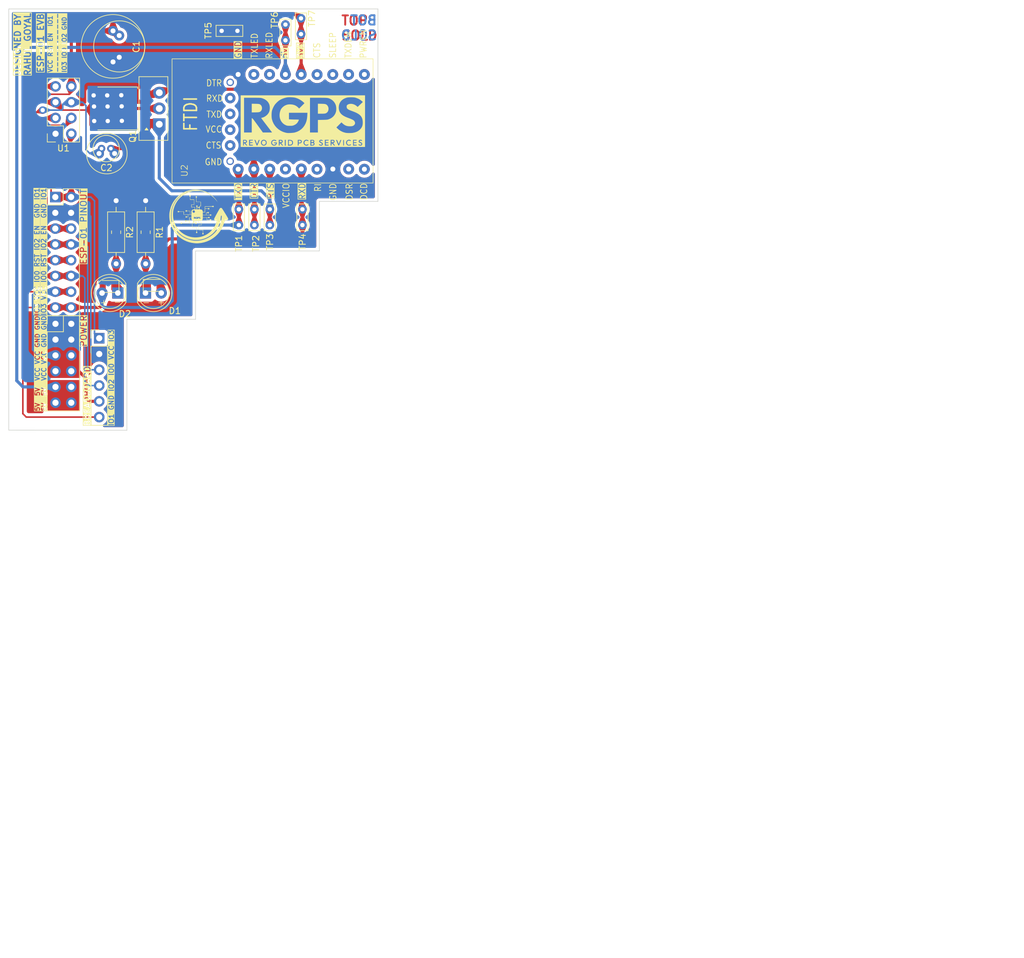
<source format=kicad_pcb>
(kicad_pcb (version 20240108) (generator "pcbnew") (generator_version "8.0")
  (title_block (title "ESP-01-DK") (date "2024-03-06") (rev "V1") (company "Revo Grid PCB Services") (comment 4 "Designer : Rahul Goyal"))
  (layers (0 "F.Cu" signal) (31 "B.Cu" signal) (34 "B.Paste" user) (35 "F.Paste" user) (36 "B.SilkS" user "B.Silkscreen") (37 "F.SilkS" user "F.Silkscreen") (38 "B.Mask" user) (39 "F.Mask" user) (44 "Edge.Cuts" user))
  (net 0 "")
  (net 1 "VCC")
  (net 2 "GND")
  (net 3 "RTS")
  (net 4 "RST")
  (net 5 "Net-(D1-K)")
  (net 6 "GPIO1")
  (net 7 "GPIO3")
  (net 8 "Net-(D2-K)")
  (net 9 "EN")
  (net 10 "GPIO0")
  (net 11 "GPIO2")
  (net 12 "5V")
  (net 13 "DTR")
  (footprint "Package_TO_SOT_THT:TO-220-3_Vertical" (layer "F.Cu") (at 143.945 30.54 90)
    (property "Reference" "Q1" (at -1.96 -4.27 -90) (layer "F.SilkS"))
    (property "Value" "IRF540N" (hide yes))
    (pad "1" thru_hole rect (at 0 0 90) (size 1.905 2) (drill 1.1) (layers "*.Cu" "*.Mask") (net 3 "RTS"))
    (pad "2" thru_hole oval (at 2.54 0 90) (size 1.905 2) (drill 1.1) (layers "*.Cu" "*.Mask") (net 10 "GPIO0"))
    (pad "3" thru_hole oval (at 5.08 0 90) (size 1.905 2) (drill 1.1) (layers "*.Cu" "*.Mask") (net 13 "DTR"))
  )
  (footprint "Connector_PinHeader_2.54mm:PinHeader_2x08_P2.54mm_Vertical" (layer "F.Cu") (at 127.21 42.26)
    (property "Reference" "J1" (hide yes))
    (property "Value" "Conn_02x08_Odd_Even" (hide yes))
    (pad "1" thru_hole rect (at 0 0) (size 1.7 1.7) (drill 1) (layers "*.Cu" "*.Mask") (net 6 "GPIO1"))
    (pad "2" thru_hole oval (at 2.54 0) (size 1.7 1.7) (drill 1) (layers "*.Cu" "*.Mask") (net 6 "GPIO1"))
    (pad "3" thru_hole oval (at 0 2.54) (size 1.7 1.7) (drill 1) (layers "*.Cu" "*.Mask") (net 2 "GND"))
    (pad "4" thru_hole oval (at 2.54 2.54) (size 1.7 1.7) (drill 1) (layers "*.Cu" "*.Mask") (net 2 "GND"))
    (pad "5" thru_hole oval (at 0 5.08) (size 1.7 1.7) (drill 1) (layers "*.Cu" "*.Mask") (net 9 "EN"))
    (pad "6" thru_hole oval (at 2.54 5.08) (size 1.7 1.7) (drill 1) (layers "*.Cu" "*.Mask") (net 9 "EN"))
    (pad "7" thru_hole oval (at 0 7.62) (size 1.7 1.7) (drill 1) (layers "*.Cu" "*.Mask") (net 11 "GPIO2"))
    (pad "8" thru_hole oval (at 2.54 7.62) (size 1.7 1.7) (drill 1) (layers "*.Cu" "*.Mask") (net 11 "GPIO2"))
    (pad "9" thru_hole oval (at 0 10.16) (size 1.7 1.7) (drill 1) (layers "*.Cu" "*.Mask") (net 4 "RST"))
    (pad "10" thru_hole oval (at 2.54 10.16) (size 1.7 1.7) (drill 1) (layers "*.Cu" "*.Mask") (net 4 "RST"))
    (pad "11" thru_hole oval (at 0 12.7) (size 1.7 1.7) (drill 1) (layers "*.Cu" "*.Mask") (net 10 "GPIO0"))
    (pad "12" thru_hole oval (at 2.54 12.7) (size 1.7 1.7) (drill 1) (layers "*.Cu" "*.Mask") (net 10 "GPIO0"))
    (pad "13" thru_hole oval (at 0 15.24) (size 1.7 1.7) (drill 1) (layers "*.Cu" "*.Mask") (net 1 "VCC"))
    (pad "14" thru_hole oval (at 2.54 15.24) (size 1.7 1.7) (drill 1) (layers "*.Cu" "*.Mask") (net 1 "VCC"))
    (pad "15" thru_hole oval (at 0 17.78) (size 1.7 1.7) (drill 1) (layers "*.Cu" "*.Mask") (net 7 "GPIO3"))
    (pad "16" thru_hole oval (at 2.54 17.78) (size 1.7 1.7) (drill 1) (layers "*.Cu" "*.Mask") (net 7 "GPIO3"))
  )
  (footprint "Capacitor_THT:C_Radial_D10.0mm_H16.0mm_P5.00mm" (layer "F.Cu") (at 136.5 15.5 -90)
    (property "Reference" "C1" (at 2.56 -3.75 90) (layer "F.SilkS"))
    (property "Value" "1000uF / 10V" (hide yes))
    (pad "1" thru_hole circle (at 0 0 270) (size 1.6 1.6) (drill 0.8) (layers "*.Cu" "*.Mask") (net 1 "VCC"))
    (pad "2" thru_hole circle (at 5 0 270) (size 1.6 1.6) (drill 0.8) (layers "*.Cu" "*.Mask") (net 2 "GND"))
  )
  (footprint "Package_TO_SOT_SMD:TO-252-2" (layer "F.Cu") (at 137.16 27.9975 180)
    (property "Reference" "Q2" (hide yes))
    (property "Value" "IRF540N" (hide yes))
    (pad "1" smd roundrect (at -5.04 -2.28 180) (size 2.2 1.2) (layers "F.Cu" "F.Paste" "F.Mask") (roundrect_rratio 0.2083333333) (net 3 "RTS"))
    (pad "2" smd roundrect (at -0.415 -1.525 180) (size 3.05 2.75) (layers "F.Cu" "F.Paste") (roundrect_rratio 0.09090909091) (net 10 "GPIO0"))
    (pad "2" smd roundrect (at -0.415 1.525 180) (size 3.05 2.75) (layers "F.Cu" "F.Paste") (roundrect_rratio 0.09090909091) (net 10 "GPIO0"))
    (pad "2" smd roundrect (at 1.26 0 180) (size 6.4 5.8) (layers "F.Cu" "F.Mask") (roundrect_rratio 0.04310293103) (net 10 "GPIO0"))
    (pad "2" smd roundrect (at 2.935 -1.525 180) (size 3.05 2.75) (layers "F.Cu" "F.Paste") (roundrect_rratio 0.09090909091) (net 10 "GPIO0"))
    (pad "2" smd roundrect (at 2.935 1.525 180) (size 3.05 2.75) (layers "F.Cu" "F.Paste") (roundrect_rratio 0.09090909091) (net 10 "GPIO0"))
    (pad "3" smd roundrect (at -5.04 2.28 180) (size 2.2 1.2) (layers "F.Cu" "F.Paste" "F.Mask") (roundrect_rratio 0.2083333333) (net 13 "DTR"))
  )
  (footprint "LOGO" (layer "F.Cu") (at 150.22 45.41)
    (property "Reference" "G***" (hide yes))
    (property "Value" "LOGO" (hide yes))
  )
  (footprint "TestPoint:TestPoint_Bridge_Pitch2.54mm_Drill0.7mm" (layer "F.Cu") (at 156.75 46.77 90)
    (property "Reference" "TP1" (at -2.98 0 -90) (layer "F.SilkS"))
    (property "Value" "~" (hide yes))
    (pad "1" thru_hole circle (at 0 0 90) (size 1.4 1.4) (drill 0.7) (layers "*.Cu" "*.Mask") (net 7 "GPIO3"))
    (pad "1" thru_hole circle (at 2.54 0 90) (size 1.4 1.4) (drill 0.7) (layers "*.Cu" "*.Mask") (net 7 "GPIO3"))
  )
  (footprint "Resistor_THT:R_Axial_DIN0207_L6.3mm_D2.5mm_P10.16mm_Horizontal" (layer "F.Cu") (at 137 53 90)
    (property "Reference" "R2" (at 5.07 2.2 -90) (layer "F.SilkS"))
    (property "Value" "330" (hide yes))
    (pad "1" thru_hole circle (at 0 0 90) (size 1.6 1.6) (drill 0.8) (layers "*.Cu" "*.Mask") (net 8 "Net-(D2-K)"))
    (pad "2" thru_hole oval (at 10.16 0 90) (size 1.6 1.6) (drill 0.8) (layers "*.Cu" "*.Mask") (net 2 "GND"))
  )
  (footprint "Resistor_SMD:R_0805_2012Metric_Pad1.20x1.40mm_HandSolder" (layer "F.Cu") (at 141.75 47.92 90)
    (property "Reference" "R3" (hide yes))
    (property "Value" "330" (hide yes))
    (pad "1" smd roundrect (at -1 0 90) (size 1.2 1.4) (layers "F.Cu" "F.Paste" "F.Mask") (roundrect_rratio 0.2083333333) (net 5 "Net-(D1-K)"))
    (pad "2" smd roundrect (at 1 0 90) (size 1.2 1.4) (layers "F.Cu" "F.Paste" "F.Mask") (roundrect_rratio 0.2083333333) (net 2 "GND"))
  )
  (footprint "TestPoint:TestPoint_Bridge_Pitch2.54mm_Drill0.7mm" (layer "F.Cu") (at 166.98 46.77 90)
    (property "Reference" "TP4" (at -2.73 0.02 -90) (layer "F.SilkS"))
    (property "Value" "TestPoint" (hide yes))
    (pad "1" thru_hole circle (at 0 0 90) (size 1.4 1.4) (drill 0.7) (layers "*.Cu" "*.Mask") (net 6 "GPIO1"))
    (pad "1" thru_hole circle (at 2.54 0 90) (size 1.4 1.4) (drill 0.7) (layers "*.Cu" "*.Mask") (net 6 "GPIO1"))
  )
  (footprint "LED_SMD:LED_0805_2012Metric" (layer "F.Cu") (at 135.775 56.66 180)
    (property "Reference" "D4" (hide yes))
    (property "Value" "LED" (hide yes))
    (pad "1" smd roundrect (at -0.9375 0 180) (size 0.975 1.4) (layers "F.Cu" "F.Paste" "F.Mask") (net 8 "Net-(D2-K)"))
    (pad "2" smd roundrect (at 0.9375 0 180) (size 0.975 1.4) (layers "F.Cu" "F.Paste" "F.Mask") (net 7 "GPIO3"))
  )
  (footprint "TestPoint:TestPoint_Bridge_Pitch2.54mm_Drill0.7mm" (layer "F.Cu") (at 159.25 46.77 90)
    (property "Reference" "TP2" (at -2.98 0.25 -90) (layer "F.SilkS"))
    (property "Value" "~" (hide yes))
    (pad "1" thru_hole circle (at 0 0 90) (size 1.4 1.4) (drill 0.7) (layers "*.Cu" "*.Mask") (net 13 "DTR"))
    (pad "1" thru_hole circle (at 2.54 0 90) (size 1.4 1.4) (drill 0.7) (layers "*.Cu" "*.Mask") (net 13 "DTR"))
  )
  (footprint "RGPS_Sample:FT232_Module_Big" (layer "F.Cu") (at 167 29.5 90)
    (property "Reference" "U2" (at -8.5 -19 90) (layer "F.SilkS") (effects (font (thickness 0.1))))
    (property "Value" "~" (hide yes))
    (fp_text user "DSR" (at -13.35 8.13 90) (layer "F.SilkS") (effects (font (size 1.016 0.9144) (thickness 0.127)) (justify left bottom)))
    (fp_text user "RXD" (at 2.52 -15.58 0) (layer "F.SilkS") (effects (font (size 1.016 0.9144) (thickness 0.127)) (justify left bottom)))
    (fp_text user "TXDEN" (at 9.53 7.96 90) (layer "F.SilkS") (effects (font (size 1.016 0.9144) (thickness 0.127)) (justify left bottom)))
    (fp_text user "RXLED" (at 9.45 -4.76 90) (layer "F.SilkS") (effects (font (size 1.016 0.9144) (thickness 0.127)) (justify left bottom)))
    (fp_text user "VCCIO" (at -14.61 -2.04 90) (layer "F.SilkS") (effects (font (size 1.016 0.9144) (thickness 0.127)) (justify left bottom)))
    (fp_text user "5V" (at 9.48 -2.29 90) (layer "F.SilkS" knockout) (effects (font (size 1.016 0.9144) (thickness 0.127)) (justify left bottom)))
    (fp_text user "RXD" (at -13.28 0.53 90) (layer "F.SilkS" knockout) (effects (font (size 1.016 0.9144) (thickness 0.127)) (justify left bottom)))
    (fp_text user "GND" (at -7.7 -15.81 0) (layer "F.SilkS") (effects (font (size 1.016 0.9144) (thickness 0.127)) (justify left bottom)))
    (fp_text user "RI" (at -11.99 3.07 90) (layer "F.SilkS") (effects (font (size 1.016 0.9144) (thickness 0.127)) (justify left bottom)))
    (fp_text user "DTR" (at 5 -15.58 0) (layer "F.SilkS") (effects (font (size 1.016 0.9144) (thickness 0.127)) (justify left bottom)))
    (fp_text user "3V3" (at 9.5 0.28 90) (layer "F.SilkS" knockout) (effects (font (size 1.016 0.9144) (thickness 0.127)) (justify left bottom)))
    (fp_text user "GND" (at -13.41 5.5 90) (layer "F.SilkS") (effects (font (size 1.016 0.9144) (thickness 0.127)) (justify left bottom)))
    (fp_text user "CTS" (at -5.03 -15.65 0) (layer "F.SilkS") (effects (font (size 1.016 0.9144) (thickness 0.127)) (justify left bottom)))
    (fp_text user "GND" (at 9.47 -9.77 90) (layer "F.SilkS" knockout) (effects (font (size 1.016 0.9144) (thickness 0.127)) (justify left bottom)))
    (fp_text user "PWREN" (at 9.49 10.38 90) (layer "F.SilkS") (effects (font (size 1.016 0.9144) (thickness 0.127)) (justify left bottom)))
    (fp_text user "RTS" (at -13.11 -4.55 90) (layer "F.SilkS" knockout) (effects (font (size 1.016 0.9144) (thickness 0.127)) (justify left bottom)))
    (fp_text user "TXD" (at -0.05 -15.55 0) (layer "F.SilkS") (effects (font (size 1.016 0.9144) (thickness 0.127)) (justify left bottom)))
    (fp_text user "DTR" (at -13.13 -7.18 90) (layer "F.SilkS" knockout) (effects (font (size 1.016 0.9144) (thickness 0.127)) (justify left bottom)))
    (fp_text user "FTDI" (at -2.368895 -16.812085 90) (layer "F.SilkS") (effects (font (size 2.032 1.8288) (thickness 0.254)) (justify left bottom)))
    (fp_text user "SLEEP" (at 9.51 5.46 90) (layer "F.SilkS") (effects (font (size 1.016 0.9144) (thickness 0.127)) (justify left bottom)))
    (fp_text user "CTS" (at 9.53 2.91 90) (layer "F.SilkS") (effects (font (size 1.016 0.9144) (thickness 0.127)) (justify left bottom)))
    (fp_text user "DCD" (at -13.33 10.47 90) (layer "F.SilkS") (effects (font (size 1.016 0.9144) (thickness 0.127)) (justify left bottom)))
    (fp_text user "TXLED" (at 9.51 -7.13 90) (layer "F.SilkS") (effects (font (size 1.016 0.9144) (thickness 0.127)) (justify left bottom)))
    (fp_text user "VCC" (at -2.45 -15.68 0) (layer "F.SilkS") (effects (font (size 1.016 0.9144) (thickness 0.127)) (justify left bottom)))
    (fp_text user "TXD" (at -13.25 -9.75 90) (layer "F.SilkS" knockout) (effects (font (thickness 0.1)) (justify left bottom)))
    (pad "1" thru_hole circle (at 6.98 9.95 90) (size 1.756416 1.756416) (drill 0.8) (layers "*.Cu" "*.Mask"))
    (pad "2" thru_hole circle (at 6.98 7.41 90) (size 1.756416 1.756416) (drill 0.8) (layers "*.Cu" "*.Mask"))
    (pad "3" thru_hole circle (at 6.97 4.86 90) (size 1.756416 1.756416) (drill 0.8) (layers "*.Cu" "*.Mask"))
    (pad "4" thru_hole circle (at 6.96 2.34 90) (size 1.756416 1.756416) (drill 0.8) (layers "*.Cu" "*.Mask"))
    (pad "5" thru_hole circle (at 6.98 -0.22 90) (size 1.756416 1.756416) (drill 0.8) (layers "*.Cu" "*.Mask") (net 1 "VCC"))
    (pad "6" thru_hole circle (at 6.98 -2.76 90) (size 1.756416 1.756416) (drill 0.8) (layers "*.Cu" "*.Mask") (net 12 "5V"))
    (pad "7" thru_hole circle (at 6.99 -5.31 90) (size 1.756416 1.756416) (drill 0.8) (layers "*.Cu" "*.Mask"))
    (pad "8" thru_hole circle (at 6.98 -7.84 90) (size 1.756416 1.756416) (drill 0.8) (layers "*.Cu" "*.Mask"))
    (pad "9" thru_hole circle (at 6.98 -10.37 90) (size 1.7 1.7) (drill 0.8) (layers "*.Cu" "*.Mask") (net 2 "GND"))
    (pad "10" thru_hole circle (at 5.71 -11.64 90) (size 1.2 1.2) (drill 0.8) (layers "*.Cu" "*.Mask"))
    (pad "11" thru_hole circle (at 3.18 -11.65 90) (size 1.7 1.7) (drill 0.8) (layers "*.Cu" "*.Mask"))
    (pad "12" thru_hole circle (at 0.63 -11.65 90) (size 1.7 1.7) (drill 0.8) (layers "*.Cu" "*.Mask"))
    (pad "13" thru_hole circle (at -1.92 -11.65 90) (size 1.7 1.7) (drill 0.8) (layers "*.Cu" "*.Mask"))
    (pad "14" thru_hole circle (at -4.45 -11.65 90) (size 1.7 1.7) (drill 0.8) (layers "*.Cu" "*.Mask"))
    (pad "15" thru_hole circle (at -7 -11.65 90) (size 1.2 1.2) (drill 0.8) (layers "*.Cu" "*.Mask"))
    (pad "16" thru_hole circle (at -8.27 -10.36 90) (size 1.756416 1.756416) (drill 0.8) (layers "*.Cu" "*.Mask") (net 7 "GPIO3"))
    (pad "17" thru_hole circle (at -8.24 -7.84 90) (size 1.756416 1.756416) (drill 0.8) (layers "*.Cu" "*.Mask") (net 13 "DTR"))
    (pad "18" thru_hole circle (at -8.26 -5.28 90) (size 1.756416 1.756416) (drill 0.8) (layers "*.Cu" "*.Mask") (net 3 "RTS"))
    (pad "19" thru_hole circle (at -8.25 -2.75 90) (size 1.756416 1.756416) (drill 0.8) (layers "*.Cu" "*.Mask"))
    (pad "20" thru_hole circle (at -8.24 -0.2 90) (size 1.756416 1.756416) (drill 0.8) (layers "*.Cu" "*.Mask") (net 6 "GPIO1"))
    (pad "21" thru_hole circle (at -8.275 2.325 90) (size 1.756416 1.756416) (drill 0.8) (layers "*.Cu" "*.Mask"))
    (pad "22" thru_hole circle (at -8.25 4.875 90) (size 1.756416 1.756416) (drill 0.8) (layers "*.Cu" "*.Mask") (net 2 "GND"))
    (pad "23" thru_hole circle (at -8.25 7.425 90) (size 1.756416 1.756416) (drill 0.8) (layers "*.Cu" "*.Mask"))
    (pad "24" thru_hole circle (at -8.275 9.95 90) (size 1.756416 1.756416) (drill 0.8) (layers "*.Cu" "*.Mask"))
  )
  (footprint "Capacitor_THT:C_Radial_D6.3mm_H11.0mm_P2.50mm" (layer "F.Cu") (at 136.75 35.25 180)
    (property "Reference" "C2" (at 1.32 -2.3 180) (layer "F.SilkS"))
    (property "Value" "100uF / 25V" (hide yes))
    (pad "1" thru_hole circle (at 0 0 180) (size 1.6 1.6) (drill 0.8) (layers "*.Cu" "*.Mask") (net 3 "RTS"))
    (pad "2" thru_hole circle (at 2.5 0 180) (size 1.6 1.6) (drill 0.8) (layers "*.Cu" "*.Mask") (net 4 "RST"))
  )
  (footprint "LED_SMD:LED_0805_2012Metric" (layer "F.Cu") (at 143.05 56.48)
    (property "Reference" "D3" (hide yes))
    (property "Value" "LED" (hide yes))
    (pad "1" smd roundrect (at -0.9375 0) (size 0.975 1.4) (layers "F.Cu" "F.Paste" "F.Mask") (net 5 "Net-(D1-K)"))
    (pad "2" smd roundrect (at 0.9375 0) (size 0.975 1.4) (layers "F.Cu" "F.Paste" "F.Mask") (net 6 "GPIO1"))
  )
  (footprint "LOGO" (layer "F.Cu") (at 167.05 30.02)
    (property "Reference" "G***" (hide yes))
    (property "Value" "LOGO" (hide yes))
  )
  (footprint "Connector_PinHeader_2.54mm:PinHeader_2x04_P2.54mm_Vertical" (layer "F.Cu") (at 127.25 32.065 180)
    (property "Reference" "U1" (at -1.27 -2.33 180) (layer "F.SilkS"))
    (property "Value" "~" (hide yes))
    (pad "1" thru_hole rect (at 0 0 180) (size 1.7 1.7) (drill 1) (layers "*.Cu" "*.Mask") (net 2 "GND"))
    (pad "2" thru_hole oval (at -2.54 0 180) (size 1.7 1.7) (drill 1) (layers "*.Cu" "*.Mask") (net 6 "GPIO1"))
    (pad "3" thru_hole oval (at 0 2.54 180) (size 1.7 1.7) (drill 1) (layers "*.Cu" "*.Mask") (net 11 "GPIO2"))
    (pad "4" thru_hole oval (at -2.54 2.54 180) (size 1.7 1.7) (drill 1) (layers "*.Cu" "*.Mask") (net 9 "EN"))
    (pad "5" thru_hole oval (at 0 5.08 180) (size 1.7 1.7) (drill 1) (layers "*.Cu" "*.Mask") (net 10 "GPIO0"))
    (pad "6" thru_hole oval (at -2.54 5.08 180) (size 1.7 1.7) (drill 1) (layers "*.Cu" "*.Mask") (net 4 "RST"))
    (pad "7" thru_hole oval (at 0 7.62 180) (size 1.7 1.7) (drill 1) (layers "*.Cu" "*.Mask") (net 7 "GPIO3"))
    (pad "8" thru_hole oval (at -2.54 7.62 180) (size 1.7 1.7) (drill 1) (layers "*.Cu" "*.Mask") (net 1 "VCC"))
  )
  (footprint "Capacitor_THT:C_Radial_D4.0mm_H7.0mm_P1.50mm" (layer "F.Cu") (at 136.15 34.45 180)
    (property "Reference" "C4" (hide yes))
    (property "Value" "100uF / 25V" (hide yes))
    (pad "1" thru_hole circle (at 0 0 180) (size 1.2 1.2) (drill 0.6) (layers "*.Cu" "*.Mask") (net 3 "RTS"))
    (pad "2" thru_hole circle (at 1.5 0 180) (size 1.2 1.2) (drill 0.6) (layers "*.Cu" "*.Mask") (net 4 "RST"))
  )
  (footprint "Resistor_THT:R_Axial_DIN0207_L6.3mm_D2.5mm_P10.16mm_Horizontal" (layer "F.Cu") (at 141.75 53 90)
    (property "Reference" "R1" (at 5.07 2.24 -90) (layer "F.SilkS"))
    (property "Value" "330" (hide yes))
    (pad "1" thru_hole circle (at 0 0 90) (size 1.6 1.6) (drill 0.8) (layers "*.Cu" "*.Mask") (net 5 "Net-(D1-K)"))
    (pad "2" thru_hole oval (at 10.16 0 90) (size 1.6 1.6) (drill 0.8) (layers "*.Cu" "*.Mask") (net 2 "GND"))
  )
  (footprint "Resistor_SMD:R_0805_2012Metric_Pad1.20x1.40mm_HandSolder" (layer "F.Cu") (at 137 47.92 90)
    (property "Reference" "R4" (hide yes))
    (property "Value" "330" (hide yes))
    (pad "1" smd roundrect (at -1 0 90) (size 1.2 1.4) (layers "F.Cu" "F.Paste" "F.Mask") (roundrect_rratio 0.2083333333) (net 8 "Net-(D2-K)"))
    (pad "2" smd roundrect (at 1 0 90) (size 1.2 1.4) (layers "F.Cu" "F.Paste" "F.Mask") (roundrect_rratio 0.2083333333) (net 2 "GND"))
  )
  (footprint "LED_THT:LED_D5.0mm" (layer "F.Cu") (at 137.275 57.71 180)
    (property "Reference" "D2" (at -1.135 -3.37 180) (layer "F.SilkS"))
    (property "Value" "LED" (hide yes))
    (pad "1" thru_hole rect (at 0 0 180) (size 1.8 1.8) (drill 0.9) (layers "*.Cu" "*.Mask") (net 8 "Net-(D2-K)"))
    (pad "2" thru_hole circle (at 2.54 0 180) (size 1.8 1.8) (drill 0.9) (layers "*.Cu" "*.Mask") (net 7 "GPIO3"))
  )
  (footprint "TestPoint:TestPoint_Bridge_Pitch2.54mm_Drill0.7mm" (layer "F.Cu") (at 161.73 46.77 90)
    (property "Reference" "TP3" (at -2.73 0.02 -90) (layer "F.SilkS"))
    (property "Value" "TestPoint" (hide yes))
    (pad "1" thru_hole circle (at 0 0 90) (size 1.4 1.4) (drill 0.7) (layers "*.Cu" "*.Mask") (net 3 "RTS"))
    (pad "1" thru_hole circle (at 2.54 0 90) (size 1.4 1.4) (drill 0.7) (layers "*.Cu" "*.Mask") (net 3 "RTS"))
  )
  (footprint "TestPoint:TestPoint_Bridge_Pitch2.54mm_Drill0.7mm" (layer "F.Cu") (at 153.98 15.5)
    (property "Reference" "TP5" (at -2.15 -0.04 90) (layer "F.SilkS"))
    (property "Value" "TestPoint" (hide yes))
    (pad "1" thru_hole circle (at 0 0) (size 1.4 1.4) (drill 0.7) (layers "*.Cu" "*.Mask") (net 2 "GND"))
    (pad "1" thru_hole circle (at 2.54 0) (size 1.4 1.4) (drill 0.7) (layers "*.Cu" "*.Mask") (net 2 "GND"))
  )
  (footprint "Connector_PinHeader_2.54mm:PinHeader_1x06_P2.54mm_Vertical" (layer "F.Cu") (at 134.28 64.99)
    (property "Reference" "J3" (hide yes))
    (property "Value" "Conn_01x06" (hide yes))
    (pad "1" thru_hole rect (at 0 0) (size 1.7 1.7) (drill 1) (layers "*.Cu" "*.Mask") (net 6 "GPIO1"))
    (pad "2" thru_hole oval (at 0 2.54) (size 1.7 1.7) (drill 1) (layers "*.Cu" "*.Mask") (net 2 "GND"))
    (pad "3" thru_hole oval (at 0 5.08) (size 1.7 1.7) (drill 1) (layers "*.Cu" "*.Mask") (net 11 "GPIO2"))
    (pad "4" thru_hole oval (at 0 7.62) (size 1.7 1.7) (drill 1) (layers "*.Cu" "*.Mask") (net 10 "GPIO0"))
    (pad "5" thru_hole oval (at 0 10.16) (size 1.7 1.7) (drill 1) (layers "*.Cu" "*.Mask") (net 1 "VCC"))
    (pad "6" thru_hole oval (at 0 12.7) (size 1.7 1.7) (drill 1) (layers "*.Cu" "*.Mask") (net 7 "GPIO3"))
  )
  (footprint "TestPoint:TestPoint_Bridge_Pitch2.54mm_Drill0.7mm" (layer "F.Cu") (at 166.75 16.02 90)
    (property "Reference" "TP7" (at 2.52 1.75 -90) (layer "F.SilkS"))
    (property "Value" "TestPoint" (hide yes))
    (pad "1" thru_hole circle (at 0 0 90) (size 1.4 1.4) (drill 0.7) (layers "*.Cu" "*.Mask") (net 1 "VCC"))
    (pad "1" thru_hole circle (at 2.54 0 90) (size 1.4 1.4) (drill 0.7) (layers "*.Cu" "*.Mask") (net 1 "VCC"))
  )
  (footprint "TestPoint:TestPoint_Bridge_Pitch2.54mm_Drill0.7mm" (layer "F.Cu") (at 164.25 17.02 90)
    (property "Reference" "TP6" (at 3.27 -1.75 -90) (layer "F.SilkS"))
    (property "Value" "TestPoint" (hide yes))
    (pad "1" thru_hole circle (at 0 0 90) (size 1.4 1.4) (drill 0.7) (layers "*.Cu" "*.Mask") (net 12 "5V"))
    (pad "1" thru_hole circle (at 2.54 0 90) (size 1.4 1.4) (drill 0.7) (layers "*.Cu" "*.Mask") (net 12 "5V"))
  )
  (footprint "LED_THT:LED_D5.0mm" (layer "F.Cu") (at 141.725 57.71)
    (property "Reference" "D1" (at 4.725 2.87 0) (layer "F.SilkS"))
    (property "Value" "LED" (hide yes))
    (pad "1" thru_hole rect (at 0 0) (size 1.8 1.8) (drill 0.9) (layers "*.Cu" "*.Mask") (net 5 "Net-(D1-K)"))
    (pad "2" thru_hole circle (at 2.54 0) (size 1.8 1.8) (drill 0.9) (layers "*.Cu" "*.Mask") (net 6 "GPIO1"))
  )
  (footprint "Connector_PinHeader_2.54mm:PinHeader_2x06_P2.54mm_Vertical" (layer "F.Cu") (at 127.24 62.67)
    (property "Reference" "J2" (hide yes))
    (property "Value" "Conn_02x06_Odd_Even" (hide yes))
    (pad "1" thru_hole rect (at 0 0) (size 1.7 1.7) (drill 1) (layers "*.Cu" "*.Mask") (net 2 "GND"))
    (pad "2" thru_hole oval (at 2.54 0) (size 1.7 1.7) (drill 1) (layers "*.Cu" "*.Mask") (net 2 "GND"))
    (pad "3" thru_hole oval (at 0 2.54) (size 1.7 1.7) (drill 1) (layers "*.Cu" "*.Mask") (net 2 "GND"))
    (pad "4" thru_hole oval (at 2.54 2.54) (size 1.7 1.7) (drill 1) (layers "*.Cu" "*.Mask") (net 2 "GND"))
    (pad "5" thru_hole oval (at 0 5.08) (size 1.7 1.7) (drill 1) (layers "*.Cu" "*.Mask") (net 1 "VCC"))
    (pad "6" thru_hole oval (at 2.54 5.08) (size 1.7 1.7) (drill 1) (layers "*.Cu" "*.Mask") (net 1 "VCC"))
    (pad "7" thru_hole oval (at 0 7.62) (size 1.7 1.7) (drill 1) (layers "*.Cu" "*.Mask") (net 1 "VCC"))
    (pad "8" thru_hole oval (at 2.54 7.62) (size 1.7 1.7) (drill 1) (layers "*.Cu" "*.Mask") (net 1 "VCC"))
    (pad "9" thru_hole oval (at 0 10.16) (size 1.7 1.7) (drill 1) (layers "*.Cu" "*.Mask") (net 12 "5V"))
    (pad "10" thru_hole oval (at 2.54 10.16) (size 1.7 1.7) (drill 1) (layers "*.Cu" "*.Mask") (net 12 "5V"))
    (pad "11" thru_hole oval (at 0 12.7) (size 1.7 1.7) (drill 1) (layers "*.Cu" "*.Mask") (net 12 "5V"))
    (pad "12" thru_hole oval (at 2.54 12.7) (size 1.7 1.7) (drill 1) (layers "*.Cu" "*.Mask") (net 12 "5V"))
  )
  (footprint "Capacitor_THT:C_Radial_D8.0mm_H11.5mm_P3.50mm" (layer "F.Cu") (at 137.5 16.25 -90)
    (property "Reference" "C3" (hide yes))
    (property "Value" "1000uF / 10V" (hide yes))
    (pad "1" thru_hole circle (at 0 0 270) (size 1.6 1.6) (drill 0.8) (layers "*.Cu" "*.Mask") (net 1 "VCC"))
    (pad "2" thru_hole circle (at 3.5 0 270) (size 1.6 1.6) (drill 0.8) (layers "*.Cu" "*.Mask") (net 2 "GND"))
  )
  (gr_rect (start 125.88 71.82) (end 131.09 76.61) (stroke (width 0.2)) (fill solid) (layer "F.Cu") (net 12))
  (gr_rect (start 125.905 66.5) (end 131.115 71.29) (stroke (width 0.2)) (fill solid) (layer "F.Cu") (net 1))
  (gr_line (start 169.7 50.94) (end 169.7 42.96) (stroke (width 0.1)) (layer "Edge.Cuts"))
  (gr_line (start 149.78 50.94) (end 169.7 50.94) (stroke (width 0.1)) (layer "Edge.Cuts"))
  (gr_line (start 179.13 11.97) (end 179.13 42.96) (stroke (width 0.1)) (layer "Edge.Cuts"))
  (gr_line (start 119.72 79.79) (end 119.72 11.97) (stroke (width 0.1)) (layer "Edge.Cuts"))
  (gr_line (start 138.73 61.94) (end 149.78 61.94) (stroke (width 0.1)) (layer "Edge.Cuts"))
  (gr_line (start 149.78 61.94) (end 149.78 50.94) (stroke (width 0.1)) (layer "Edge.Cuts"))
  (gr_line (start 138.73 61.94) (end 138.73 79.81) (stroke (width 0.1)) (layer "Edge.Cuts"))
  (gr_line (start 138.73 79.81) (end 119.72 79.79) (stroke (width 0.1)) (layer "Edge.Cuts"))
  (gr_line (start 119.72 11.97) (end 179.13 11.97) (stroke (width 0.1)) (layer "Edge.Cuts"))
  (gr_line (start 169.7 42.96) (end 179.13 42.96) (stroke (width 0.1)) (layer "Edge.Cuts"))
  (gr_text "TOP\nSOLD" (at 173.1 17.12 0) (layer "F.Cu") (effects (font (size 1.5 1.5) (thickness 0.3) (bold yes)) (justify left bottom)))
  (gr_text "BOT\nSOLD" (at 179.12 17.1 0) (layer "B.Cu") (effects (font (size 1.5 1.5) (thickness 0.3) (bold yes)) (justify left bottom mirror)))
  (gr_text "BREADBOARD\n" (at 132.96 79.23 90) (layer "F.SilkS" knockout) (effects (font (size 1 1)) (justify left bottom)))
  (gr_text "5V  5V  VCC VCC GND GND" (at 125.82 76.84 90) (layer "F.SilkS" knockout) (effects (font (size 0.738 0.738) (thickness 0.15) (bold yes)) (justify left bottom)))
  (gr_text "ESP-01 PINOUT" (at 132.3435 53.202856 90) (layer "F.SilkS" knockout) (effects (font (size 1 1)) (justify left bottom)))
  (gr_text "+" (at 143.56 59.8 0) (layer "F.SilkS") (effects (font (size 1 1) (thickness 0.1)) (justify left bottom)))
  (gr_text "IO3 VCC IO0 RST IO2 EN  GND IO1" (at 125.81 61.41 90) (layer "F.SilkS" knockout) (effects (font (size 0.772 0.772)) (justify left bottom)))
  (gr_text "+" (at 134.32 59.78 0) (layer "F.SilkS") (effects (font (size 1 1) (thickness 0.1)) (justify left bottom)))
  (gr_text "IO3 VCC IO0 RST IO2 EN  GND IO1" (at 124.72 61.41 90) (layer "F.SilkS" knockout) (effects (font (size 0.772 0.772)) (justify left bottom)))
  (gr_text "5V  5V  VCC VCC GND GND" (at 124.77 76.84 90) (layer "F.SilkS" knockout) (effects (font (size 0.738 0.738) (thickness 0.15) (bold yes)) (justify left bottom)))
  (gr_text "IO1 GND IO2 IO0 VCC IO3 " (at 136.7 79.22 90) (layer "F.SilkS" knockout) (effects (font (size 0.79 0.79)) (justify left bottom)))
  (gr_text "DESIGNED BY\nRAHUL GOYAL" (at 123.34 22.86 90) (layer "F.SilkS" knockout) (effects (font (size 1 1) (thickness 0.2) (bold yes)) (justify left bottom)))
  (gr_text "-" (at 141.16 59.78 0) (layer "F.SilkS") (effects (font (size 1 1) (thickness 0.1)) (justify left bottom)))
  (gr_text "VCC RST EN  IO1 \n-----------\nIO3 IO0 IO2 GND " (at 129.08 22.28 90) (layer "F.SilkS" knockout) (effects (font (size 0.7 0.7) (thickness 0.15) (bold yes)) (justify left bottom)))
  (gr_text "-" (at 136.55 59.7 0) (layer "F.SilkS") (effects (font (size 1 1) (thickness 0.1)) (justify left bottom)))
  (gr_text "POWER" (at 132.3535 66.465238 90) (layer "F.SilkS" knockout) (effects (font (size 1 1)) (justify left bottom)))
  (gr_text "ESP-01 EVB" (at 125.44 22.37 90) (layer "F.SilkS" knockout) (effects (font (size 1 1) (thickness 0.2) (bold yes)) (justify left bottom)))
  (segment (start 166.75 16.02) (end 166.75 16.25) (width 0.5) (layer "F.Cu") (net 1))
  (segment (start 122.68 26.29) (end 122.68 56.95) (width 0.254) (layer "F.Cu") (net 1))
  (segment (start 137.25 16.25) (end 136.5 15.5) (width 0.5) (layer "F.Cu") (net 1))
  (segment (start 129.75 57.5) (end 127.21 57.5) (width 0.5) (layer "F.Cu") (net 1))
  (segment (start 136.5 15.5) (end 136.5 13.58) (width 0.5) (layer "F.Cu") (net 1))
  (segment (start 129.78 67.75) (end 129.78 70.29) (width 0.5) (layer "F.Cu") (net 1))
  (segment (start 130.79 15.5) (end 136.5 15.5) (width 0.5) (layer "F.Cu") (net 1))
  (segment (start 122.68 56.95) (end 123.23 57.5) (width 0.254) (layer "F.Cu") (net 1))
  (segment (start 127.24 67.75) (end 129.78 67.75) (width 0.5) (layer "F.Cu") (net 1))
  (segment (start 137.5 16.25) (end 137.25 16.25) (width 0.5) (layer "F.Cu") (net 1))
  (segment (start 166.04 12.77) (end 166.75 13.48) (width 0.5) (layer "F.Cu") (net 1))
  (segment (start 129.79 25.39) (end 129.47 25.71) (width 0.254) (layer "F.Cu") (net 1))
  (segment (start 166.75 16.02) (end 166.75 13.48) (width 0.5) (layer "F.Cu") (net 1))
  (segment (start 132.74 75.15) (end 134.28 75.15) (width 0.5) (layer "F.Cu") (net 1))
  (segment (start 123.26 25.71) (end 122.68 26.29) (width 0.254) (layer "F.Cu") (net 1))
  (segment (start 132.71 75.18) (end 132.74 75.15) (width 0.5) (layer "F.Cu") (net 1))
  (segment (start 136.5 13.58) (end 137.31 12.77) (width 0.5) (layer "F.Cu") (net 1))
  (segment (start 129.79 24.445) (end 129.79 25.39) (width 0.254) (layer "F.Cu") (net 1))
  (segment (start 129.78 70.29) (end 130.982081 70.29) (width 0.5) (layer "F.Cu") (net 1))
  (segment (start 130.982081 70.29) (end 132.16 71.467919) (width 0.5) (layer "F.Cu") (net 1))
  (segment (start 123.23 57.5) (end 127.21 57.5) (width 0.254) (layer "F.Cu") (net 1))
  (segment (start 129.78 70.29) (end 127.24 70.29) (width 0.5) (layer "F.Cu") (net 1))
  (segment (start 166.78 16.28) (end 166.78 22.52) (width 0.5) (layer "F.Cu") (net 1))
  (segment (start 137.81 12.77) (end 166.04 12.77) (width 0.5) (layer "F.Cu") (net 1))
  (segment (start 132.16 74.63) (end 132.71 75.18) (width 0.5) (layer "F.Cu") (net 1))
  (segment (start 129.79 16.5) (end 130.79 15.5) (width 0.5) (layer "F.Cu") (net 1))
  (segment (start 132.16 71.467919) (end 132.16 74.63) (width 0.5) (layer "F.Cu") (net 1))
  (segment (start 129.47 25.71) (end 123.26 25.71) (width 0.254) (layer "F.Cu") (net 1))
  (segment (start 127.24 70.29) (end 127.24 67.75) (width 0.5) (layer "F.Cu") (net 1))
  (segment (start 137.31 12.77) (end 137.81 12.77) (width 0.5) (layer "F.Cu") (net 1))
  (segment (start 166.75 16.25) (end 166.78 16.28) (width 0.5) (layer "F.Cu") (net 1))
  (segment (start 129.79 24.445) (end 129.79 16.5) (width 0.5) (layer "F.Cu") (net 1))
  (segment (start 124.23 57.5) (end 127.21 57.5) (width 0.5) (layer "B.Cu") (net 1))
  (segment (start 123.67 58.06) (end 124.23 57.5) (width 0.5) (layer "B.Cu") (net 1))
  (segment (start 127.24 67.75) (end 124.62 67.75) (width 0.5) (layer "B.Cu") (net 1))
  (segment (start 123.67 66.8) (end 123.67 58.06) (width 0.5) (layer "B.Cu") (net 1))
  (segment (start 124.62 67.75) (end 123.67 66.8) (width 0.5) (layer "B.Cu") (net 1))
  (segment (start 127.13 44.88) (end 127.21 44.8) (width 0.254) (layer "F.Cu") (net 2))
  (segment (start 156.52 15.5) (end 153.98 15.5) (width 0.5) (layer "F.Cu") (net 2))
  (segment (start 137 46.92) (end 137 42.84) (width 0.5) (layer "F.Cu") (net 2))
  (segment (start 129.75 44.8) (end 127.21 44.8) (width 0.5) (layer "F.Cu") (net 2))
  (segment (start 156.63 22.52) (end 156.63 15.61) (width 0.5) (layer "F.Cu") (net 2))
  (segment (start 137.5 19.75) (end 137.25 19.75) (width 0.5) (layer "F.Cu") (net 2))
  (segment (start 125.85 44.47) (end 126.18 44.8) (width 0.254) (layer "F.Cu") (net 2))
  (segment (start 126.18 44.8) (end 127.21 44.8) (width 0.254) (layer "F.Cu") (net 2))
  (segment (start 125.85 32.26) (end 125.85 44.47) (width 0.254) (layer "F.Cu") (net 2))
  (segment (start 126.045 32.065) (end 125.85 32.26) (width 0.254) (layer "F.Cu") (net 2))
  (segment (start 137.25 19.75) (end 136.5 20.5) (width 0.5) (layer "F.Cu") (net 2))
  (segment (start 156.63 15.61) (end 156.52 15.5) (width 0.5) (layer "F.Cu") (net 2))
  (segment (start 127.25 32.065) (end 126.045 32.065) (width 0.254) (layer "F.Cu") (net 2))
  (segment (start 141.75 46.92) (end 141.75 42.84) (width 0.5) (layer "F.Cu") (net 2))
  (segment (start 133.21 67.53) (end 132.92 67.24) (width 0.254) (layer "B.Cu") (net 2))
  (segment (start 134.28 67.53) (end 133.21 67.53) (width 0.254) (layer "B.Cu") (net 2))
  (segment (start 132.34 44.8) (end 129.75 44.8) (width 0.254) (layer "B.Cu") (net 2))
  (segment (start 132.92 45.38) (end 132.34 44.8) (width 0.254) (layer "B.Cu") (net 2))
  (segment (start 132.92 67.24) (end 132.92 45.38) (width 0.254) (layer "B.Cu") (net 2))
  (segment (start 136.75 35.05) (end 136.15 34.45) (width 0.5) (layer "F.Cu") (net 3))
  (segment (start 142.4625 30.54) (end 142.2 30.2775) (width 0.5) (layer "F.Cu") (net 3))
  (segment (start 136.15 34.45) (end 141.56 34.45) (width 0.5) (layer "F.Cu") (net 3))
  (segment (start 143.945 30.54) (end 142.4625 30.54) (width 0.5) (layer "F.Cu") (net 3))
  (segment (start 141.56 34.45) (end 142.2 33.81) (width 0.5) (layer "F.Cu") (net 3))
  (segment (start 142.2 33.81) (end 142.2 30.2775) (width 0.5) (layer "F.Cu") (net 3))
  (segment (start 161.73 44.23) (end 161.73 37.77) (width 0.5) (layer "F.Cu") (net 3))
  (segment (start 161.73 37.77) (end 161.72 37.76) (width 0.5) (layer "F.Cu") (net 3))
  (segment (start 136.75 35.25) (end 136.75 35.05) (width 0.5) (layer "F.Cu") (net 3))
  (segment (start 161.73 44.23) (end 161.73 46.77) (width 0.5) (layer "F.Cu") (net 3))
  (segment (start 160.37 41.25) (end 161.73 42.61) (width 0.5) (layer "B.Cu") (net 3))
  (segment (start 143.945 39.225) (end 145.97 41.25) (width 0.5) (layer "B.Cu") (net 3))
  (segment (start 143.945 30.54) (end 143.945 39.225) (width 0.5) (layer "B.Cu") (net 3))
  (segment (start 145.97 41.25) (end 160.37 41.25) (width 0.5) (layer "B.Cu") (net 3))
  (segment (start 161.73 42.61) (end 161.73 44.23) (width 0.5) (layer "B.Cu") (net 3))
  (segment (start 124.01 51.96) (end 124.47 52.42) (width 0.254) (layer "F.Cu") (net 4))
  (segment (start 124.47 52.42) (end 127.21 52.42) (width 0.254) (layer "F.Cu") (net 4))
  (segment (start 129.75 52.42) (end 127.21 52.42) (width 0.5) (layer "F.Cu") (net 4))
  (segment (start 134.65 34.45) (end 134.65 34.85) (width 0.5) (layer "F.Cu") (net 4))
  (segment (start 134.65 34.85) (end 134.25 35.25) (width 0.5) (layer "F.Cu") (net 4))
  (segment (start 124.54 28.26) (end 124.01 28.79) (width 0.254) (layer "F.Cu") (net 4))
  (segment (start 124.01 28.79) (end 124.01 51.96) (width 0.254) (layer "F.Cu") (net 4))
  (segment (start 125.18 28.26) (end 124.54 28.26) (width 0.254) (layer "F.Cu") (net 4))
  (via (at 125.18 28.26) (size 1.2) (drill 0.7) (layers "F.Cu" "B.Cu") (net 4))
  (segment (start 128.41 28.085) (end 128.41 27.34) (width 0.254) (layer "B.Cu") (net 4))
  (segment (start 132.15 34.62) (end 132.78 35.25) (width 0.254) (layer "B.Cu") (net 4))
  (segment (start 132.15 27.54) (end 132.15 34.62) (width 0.254) (layer "B.Cu") (net 4))
  (segment (start 128.765 26.985) (end 129.79 26.985) (width 0.254) (layer "B.Cu") (net 4))
  (segment (start 132.78 35.25) (end 134.25 35.25) (width 0.254) (layer "B.Cu") (net 4))
  (segment (start 125.18 28.26) (end 128.235 28.26) (width 0.254) (layer "B.Cu") (net 4))
  (segment (start 131.595 26.985) (end 132.15 27.54) (width 0.254) (layer "B.Cu") (net 4))
  (segment (start 128.235 28.26) (end 128.41 28.085) (width 0.254) (layer "B.Cu") (net 4))
  (segment (start 128.41 27.34) (end 128.765 26.985) (width 0.254) (layer "B.Cu") (net 4))
  (segment (start 129.79 26.985) (end 131.595 26.985) (width 0.254) (layer "B.Cu") (net 4))
  (segment (start 141.75 53) (end 141.75 57.685) (width 0.5) (layer "F.Cu") (net 5))
  (segment (start 141.75 48.92) (end 141.75 53) (width 0.5) (layer "F.Cu") (net 5))
  (segment (start 142.0375 58.0225) (end 141.725 57.71) (width 0.5) (layer "F.Cu") (net 5))
  (segment (start 141.75 57.685) (end 141.725 57.71) (width 0.5) (layer "F.Cu") (net 5))
  (segment (start 166.07 49) (end 166.98 48.09) (width 0.5) (layer "F.Cu") (net 6))
  (segment (start 126.92 33.6) (end 126.53 33.99) (width 0.254) (layer "F.Cu") (net 6))
  (segment (start 129.79 33.35) (end 129.54 33.6) (width 0.254) (layer "F.Cu") (net 6))
  (segment (start 143.9125 58.0625) (end 144.265 57.71) (width 0.5) (layer "F.Cu") (net 6))
  (segment (start 144.265 57.71) (end 144.4625 57.5125) (width 0.5) (layer "F.Cu") (net 6))
  (segment (start 129.54 33.6) (end 126.92 33.6) (width 0.254) (layer "F.Cu") (net 6))
  (segment (start 166.8 37.74) (end 166.8 44.05) (width 0.5) (layer "F.Cu") (net 6))
  (segment (start 126.53 41.58) (end 127.21 42.26) (width 0.254) (layer "F.Cu") (net 6))
  (segment (start 144.265 41.235) (end 144.265 57.71) (width 0.5) (layer "F.Cu") (net 6))
  (segment (start 126.53 33.99) (end 126.53 41.58) (width 0.254) (layer "F.Cu") (net 6))
  (segment (start 144.265 50.255) (end 145.52 49) (width 0.5) (layer "F.Cu") (net 6))
  (segment (start 144.265 57.71) (end 144.265 50.255) (width 0.5) (layer "F.Cu") (net 6))
  (segment (start 129.79 42.22) (end 129.75 42.26) (width 0.5) (layer "F.Cu") (net 6))
  (segment (start 166.8 44.05) (end 166.98 44.23) (width 0.5) (layer "F.Cu") (net 6))
  (segment (start 129.75 40.76) (end 130.34 40.17) (width 0.5) (layer "F.Cu") (net 6))
  (segment (start 129.75 42.26) (end 129.75 40.76) (width 0.5) (layer "F.Cu") (net 6))
  (segment (start 129.75 42.26) (end 127.21 42.26) (width 0.5) (layer "F.Cu") (net 6))
  (segment (start 166.98 46.77) (end 166.98 44.23) (width 0.5) (layer "F.Cu") (net 6))
  (segment (start 145.52 49) (end 166.07 49) (width 0.5) (layer "F.Cu") (net 6))
  (segment (start 144.265 56.7575) (end 143.9875 56.48) (width 0.5) (layer "F.Cu") (net 6))
  (segment (start 143.2 40.17) (end 144.265 41.235) (width 0.5) (layer "F.Cu") (net 6))
  (segment (start 130.34 40.17) (end 143.2 40.17) (width 0.5) (layer "F.Cu") (net 6))
  (segment (start 129.79 32.065) (end 129.79 33.35) (width 0.254) (layer "F.Cu") (net 6))
  (segment (start 144.265 57.71) (end 144.265 56.7575) (width 0.5) (layer "F.Cu") (net 6))
  (segment (start 166.98 48.09) (end 166.98 46.77) (width 0.5) (layer "F.Cu") (net 6))
  (segment (start 133.508 58.218241) (end 133.508 57.201759) (width 0.254) (layer "B.Cu") (net 6))
  (segment (start 134.28 64.99) (end 133.52 64.23) (width 0.254) (layer "B.Cu") (net 6))
  (segment (start 133.52 57.189759) (end 133.52 42.88) (width 0.254) (layer "B.Cu") (net 6))
  (segment (start 133.508 57.201759) (end 133.52 57.189759) (width 0.254) (layer "B.Cu") (net 6))
  (segment (start 133.52 58.230241) (end 133.508 58.218241) (width 0.254) (layer "B.Cu") (net 6))
  (segment (start 133.52 64.23) (end 133.52 58.230241) (width 0.254) (layer "B.Cu") (net 6))
  (segment (start 132.9 42.26) (end 129.75 42.26) (width 0.254) (layer "B.Cu") (net 6))
  (segment (start 133.52 42.88) (end 132.9 42.26) (width 0.254) (layer "B.Cu") (net 6))
  (segment (start 122.45 60.04) (end 127.21 60.04) (width 0.254) (layer "F.Cu") (net 7))
  (segment (start 122.875 24.445) (end 121.99 25.33) (width 0.254) (layer "F.Cu") (net 7))
  (segment (start 122.45 60.04) (end 122.37 60.04) (width 0.254) (layer "F.Cu") (net 7))
  (segment (start 134.8375 57.6075) (end 134.735 57.71) (width 0.5) (layer "F.Cu") (net 7))
  (segment (start 121.99 59.6) (end 122.43 60.04) (width 0.254) (layer "F.Cu") (net 7))
  (segment (start 156.75 44.23) (end 156.75 37.88) (width 0.5) (layer "F.Cu") (net 7))
  (segment (start 122.43 60.04) (end 122.45 60.04) (width 0.254) (layer "F.Cu") (net 7))
  (segment (start 134.735 59.675) (end 134.735 57.71) (width 0.5) (layer "F.Cu") (net 7))
  (segment (start 129.75 60.04) (end 134.37 60.04) (width 0.5) (layer "F.Cu") (net 7))
  (segment (start 121.99 77.14) (end 121.99 60.35) (width 0.254) (layer "F.Cu") (net 7))
  (segment (start 121.99 25.33) (end 121.99 59.13) (width 0.254) (layer "F.Cu") (net 7))
  (segment (start 121.99 60.35) (end 121.99 60.03) (width 0.254) (layer "F.Cu") (net 7))
  (segment (start 121.99 59.13) (end 121.99 59.6) (width 0.254) (layer "F.Cu") (net 7))
  (segment (start 134.28 77.69) (end 122.54 77.69) (width 0.254) (layer "F.Cu") (net 7))
  (segment (start 156.75 37.88) (end 156.64 37.77) (width 0.5) (layer "F.Cu") (net 7))
  (segment (start 122.37 60.04) (end 122.06 60.35) (width 0.254) (layer "F.Cu") (net 7))
  (segment (start 127.25 24.445) (end 122.875 24.445) (width 0.254) (layer "F.Cu") (net 7))
  (segment (start 122.44 60.03) (end 121.99 60.03) (width 0.254) (layer "F.Cu") (net 7))
  (segment (start 121.99 60.03) (end 121.99 59.13) (width 0.254) (layer "F.Cu") (net 7))
  (segment (start 134.37 60.04) (end 134.735 59.675) (width 0.5) (layer "F.Cu") (net 7))
  (segment (start 156.75 44.23) (end 156.75 46.77) (width 0.5) (layer "F.Cu") (net 7))
  (segment (start 129.75 60.04) (end 127.21 60.04) (width 0.5) (layer "F.Cu") (net 7))
  (segment (start 134.8375 56.66) (end 134.8375 57.6075) (width 0.5) (layer "F.Cu") (net 7))
  (segment (start 122.06 60.35) (end 121.99 60.35) (width 0.254) (layer "F.Cu") (net 7))
  (segment (start 122.45 60.04) (end 122.44 60.03) (width 0.254) (layer "F.Cu") (net 7))
  (segment (start 122.54 77.69) (end 121.99 77.14) (width 0.254) (layer "F.Cu") (net 7))
  (segment (start 144.94 60.04) (end 135.07 60.04) (width 0.5) (layer "B.Cu") (net 7))
  (segment (start 146.54 46.77) (end 156.75 46.77) (width 0.5) (layer "B.Cu") (net 7))
  (segment (start 146.03 58.95) (end 146.03 47.28) (width 0.5) (layer "B.Cu") (net 7))
  (segment (start 144.94 60.04) (end 146.03 58.95) (width 0.5) (layer "B.Cu") (net 7))
  (segment (start 134.65 59.62) (end 134.735 59.535) (width 0.5) (layer "B.Cu") (net 7))
  (segment (start 135.07 60.04) (end 134.65 59.62) (width 0.5) (layer "B.Cu") (net 7))
  (segment (start 134.735 59.535) (end 134.735 57.71) (width 0.5) (layer "B.Cu") (net 7))
  (segment (start 146.03 47.28) (end 146.54 46.77) (width 0.5) (layer "B.Cu") (net 7))
  (segment (start 137.275 57.2225) (end 136.7125 56.66) (width 0.5) (layer "F.Cu") (net 8))
  (segment (start 137 48.92) (end 137 53) (width 0.5) (layer "F.Cu") (net 8))
  (segment (start 137 57.435) (end 137.275 57.71) (width 0.5) (layer "F.Cu") (net 8))
  (segment (start 137 53) (end 137 57.435) (width 0.5) (layer "F.Cu") (net 8))
  (segment (start 137.275 57.71) (end 137.275 57.2225) (width 0.5) (layer "F.Cu") (net 8))
  (segment (start 129.79 29.525) (end 129.79 30.05) (width 0.254) (layer "F.Cu") (net 9))
  (segment (start 125.798 30.702) (end 125.28 31.22) (width 0.254) (layer "F.Cu") (net 9))
  (segment (start 129.79 30.05) (end 129.138 30.702) (width 0.254) (layer "F.Cu") (net 9))
  (segment (start 125.79 47.34) (end 127.21 47.34) (width 0.254) (layer "F.Cu") (net 9))
  (segment (start 125.28 31.22) (end 125.28 46.83) (width 0.254) (layer "F.Cu") (net 9))
  (segment (start 129.75 47.34) (end 127.21 47.34) (width 0.5) (layer "F.Cu") (net 9))
  (segment (start 129.138 30.702) (end 125.798 30.702) (width 0.254) (layer "F.Cu") (net 9))
  (segment (start 125.28 46.83) (end 125.79 47.34) (width 0.254) (layer "F.Cu") (net 9))
  (segment (start 135.9025 28) (end 135.9 27.9975) (width 0.5) (layer "F.Cu") (net 10))
  (segment (start 132.11 28.25) (end 132.9525 28.25) (width 0.254) (layer "F.Cu") (net 10))
  (segment (start 143.945 28) (end 135.9025 28) (width 0.5) (layer "F.Cu") (net 10))
  (segment (start 123.995 26.985) (end 123.39 27.59) (width 0.254) (layer "F.Cu") (net 10))
  (segment (start 123.39 54.51) (end 123.84 54.96) (width 0.254) (layer "F.Cu") (net 10))
  (segment (start 123.84 54.96) (end 127.21 54.96) (width 0.254) (layer "F.Cu") (net 10))
  (segment (start 132.3625 27.9975) (end 135.9 27.9975) (width 0.254) (layer "F.Cu") (net 10))
  (segment (start 132.9525 28.25) (end 134.225 29.5225) (width 0.254) (layer "F.Cu") (net 10))
  (segment (start 132.11 28.25) (end 132.33 28.47) (width 0.254) (layer "F.Cu") (net 10))
  (segment (start 132.11 28.25) (end 132.3625 27.9975) (width 0.254) (layer "F.Cu") (net 10))
  (segment (start 129.75 54.96) (end 127.21 54.96) (width 0.5) (layer "F.Cu") (net 10))
  (segment (start 123.39 27.59) (end 123.39 54.51) (width 0.254) (layer "F.Cu") (net 10))
  (segment (start 132.33 28.47) (end 132.66 28.47) (width 0.254) (layer "F.Cu") (net 10))
  (segment (start 127.25 26.985) (end 127.25 27.1175) (width 0.254) (layer "F.Cu") (net 10))
  (segment (start 127.25 27.1175) (end 128.3825 28.25) (width 0.254) (layer "F.Cu") (net 10))
  (segment (start 127.25 26.985) (end 123.995 26.985) (width 0.254) (layer "F.Cu") (net 10))
  (segment (start 128.3825 28.25) (end 132.11 28.25) (width 0.254) (layer "F.Cu") (net 10))
  (via (at 137.83 25.86) (size 1.2) (drill 0.7) (layers "F.Cu" "B.Cu") (net 10))
  (via (at 135.65 30.02) (size 1.2) (drill 0.7) (layers "F.Cu" "B.Cu") (net 10))
  (via (at 135.56 25.89) (size 1.2) (drill 0.7) (layers "F.Cu" "B.Cu") (net 10))
  (via (at 133.38 25.89) (size 1.2) (drill 0.7) (layers "F.Cu" "B.Cu") (net 10))
  (via (at 133.47 30.02) (size 1.2) (drill 0.7) (layers "F.Cu" "B.Cu") (net 10))
  (via (at 137.92 29.99) (size 1.2) (drill 0.7) (layers "F.Cu" "B.Cu") (net 10))
  (via (at 135.62 27.68) (size 1.2) (drill 0.7) (layers "F.Cu" "B.Cu") (net 10))
  (via (at 137.89 27.65) (size 1.2) (drill 0.7) (layers "F.Cu" "B.Cu") (net 10))
  (via (at 133.44 27.68) (size 1.2) (drill 0.7) (layers "F.Cu" "B.Cu") (net 10))
  (segment (start 131.62 54.96) (end 129.75 54.96) (width 0.254) (layer "B.Cu") (net 10))
  (segment (start 132.59 72.61) (end 131.966 71.986) (width 0.254) (layer "B.Cu") (net 10))
  (segment (start 131.966 55.306) (end 131.62 54.96) (width 0.254) (layer "B.Cu") (net 10))
  (segment (start 134.28 72.61) (end 132.59 72.61) (width 0.254) (layer "B.Cu") (net 10))
  (segment (start 131.966 71.986) (end 131.966 55.306) (width 0.254) (layer "B.Cu") (net 10))
  (segment (start 124.895 29.525) (end 124.63 29.79) (width 0.254) (layer "F.Cu") (net 11))
  (segment (start 125.06 49.88) (end 127.21 49.88) (width 0.254) (layer "F.Cu") (net 11))
  (segment (start 124.63 29.79) (end 124.63 49.45) (width 0.254) (layer "F.Cu") (net 11))
  (segment (start 129.75 49.88) (end 127.21 49.88) (width 0.5) (layer "F.Cu") (net 11))
  (segment (start 124.63 49.45) (end 125.06 49.88) (width 0.254) (layer "F.Cu") (net 11))
  (segment (start 127.25 29.525) (end 124.895 29.525) (width 0.254) (layer "F.Cu") (net 11))
  (segment (start 132.7 70.07) (end 132.42 69.79) (width 0.254) (layer "B.Cu") (net 11))
  (segment (start 134.28 70.07) (end 132.7 70.07) (width 0.254) (layer "B.Cu") (net 11))
  (segment (start 132.42 50.31) (end 131.99 49.88) (width 0.254) (layer "B.Cu") (net 11))
  (segment (start 131.99 49.88) (end 129.75 49.88) (width 0.254) (layer "B.Cu") (net 11))
  (segment (start 132.42 69.79) (end 132.42 50.31) (width 0.254) (layer "B.Cu") (net 11))
  (segment (start 127.24 75.37) (end 127.24 72.83) (width 0.5) (layer "F.Cu") (net 12))
  (segment (start 129.78 75.37) (end 127.24 75.37) (width 0.5) (layer "F.Cu") (net 12))
  (segment (start 129.78 72.83) (end 129.78 75.37) (width 0.5) (layer "F.Cu") (net 12))
  (segment (start 164.25 17.02) (end 164.25 14.48) (width 0.5) (layer "F.Cu") (net 12))
  (segment (start 127.24 72.83) (end 129.78 72.83) (width 0.5) (layer "F.Cu") (net 12))
  (segment (start 164.24 17.03) (end 164.25 17.02) (width 0.5) (layer "F.Cu") (net 12))
  (segment (start 164.24 22.52) (end 164.24 17.03) (width 0.5) (layer "F.Cu") (net 12))
  (segment (start 121.01 19.35) (end 121.01 71.83) (width 0.5) (layer "B.Cu") (net 12))
  (segment (start 164.24 22.52) (end 164.24 19.81) (width 0.5) (layer "B.Cu") (net 12))
  (segment (start 162.59 18.16) (end 122.2 18.16) (width 0.5) (layer "B.Cu") (net 12))
  (segment (start 164.24 19.81) (end 162.59 18.16) (width 0.5) (layer "B.Cu") (net 12))
  (segment (start 122.2 18.16) (end 121.01 19.35) (width 0.5) (layer "B.Cu") (net 12))
  (segment (start 121.01 71.83) (end 122.01 72.83) (width 0.5) (layer "B.Cu") (net 12))
  (segment (start 122.01 72.83) (end 127.24 72.83) (width 0.5) (layer "B.Cu") (net 12))
  (segment (start 156.775 24.9) (end 159.16 27.285) (width 0.5) (layer "F.Cu") (net 13))
  (segment (start 159.25 44.23) (end 159.25 46.77) (width 0.5) (layer "F.Cu") (net 13))
  (segment (start 159.25 44.23) (end 159.25 37.83) (width 0.5) (layer "F.Cu") (net 13))
  (segment (start 143.945 25.46) (end 144.505 24.9) (width 0.5) (layer "F.Cu") (net 13))
  (segment (start 159.16 27.285) (end 159.16 37.74) (width 0.5) (layer "F.Cu") (net 13))
  (segment (start 143.945 25.46) (end 142.4575 25.46) (width 0.5) (layer "F.Cu") (net 13))
  (segment (start 142.4575 25.46) (end 142.2 25.7175) (width 0.5) (layer "F.Cu") (net 13))
  (segment (start 144.505 24.9) (end 156.775 24.9) (width 0.5) (layer "F.Cu") (net 13))
  (segment (start 159.25 37.83) (end 159.16 37.74) (width 0.5) (layer "F.Cu") (net 13))
  (zone (net 2) (net_name "GND") (layers "F&B.Cu") (connect_pads yes (clearance 0.5)) (min_thickness 0.5) (fill yes (thermal_gap 0.5) (thermal_bridge_width 0.5))
    (polygon (pts (xy 118.92 10.53) (xy 193.65 10.53) (xy 193.65 85.66) (xy 118.31 85.66)))
  )
  (zone (net 10) (net_name "GPIO0") (layer "B.Cu") (priority 1) (connect_pads (clearance 0.5)) (min_thickness 0.25) (fill yes (thermal_gap 0.5) (thermal_bridge_width 0.5) (smoothing chamfer))
    (polygon (pts (xy 132.39 24.34) (xy 132.39 31.61) (xy 140.38 31.59) (xy 140.36 24.37)))
  )
)
</source>
